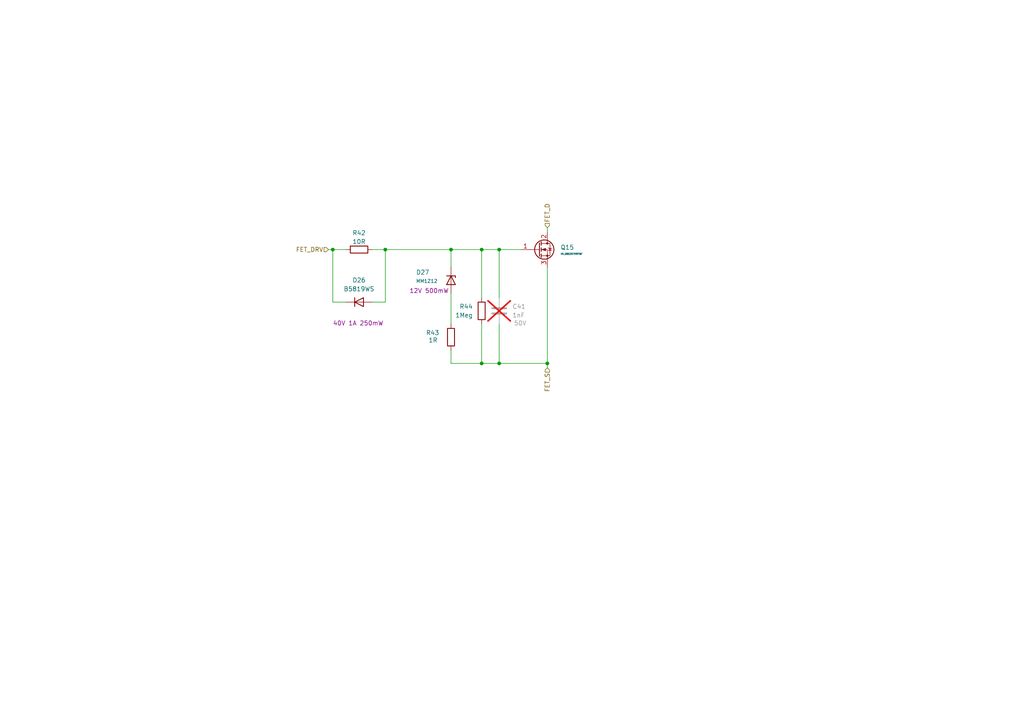
<source format=kicad_sch>
(kicad_sch (version 20250114) (generator "eeschema") (generator_version "9.0")
  (paper "A4")
  (title_block (date "2025-05-03") (rev "v1.0") (company "By Shrinath Nimare <shrinath.nimare@gmail.com>"))
  (lib_symbols
    (symbol "Device:C" (pin_numbers (hide yes)) (pin_names (offset 0.254))
      (property "Reference" "C" (at 0.635 2.54 0))
      (property "Value" "C" (at 0.635 -2.54 0))
      (symbol "C_0_1"
        (polyline (pts (xy -2.032 0.762) (xy 2.032 0.762)) (stroke (width 0.508)))
        (polyline (pts (xy -2.032 -0.762) (xy 2.032 -0.762)) (stroke (width 0.508)))
      )
      (symbol "C_1_1"
        (pin passive line (at 0 3.81 270) (length 2.794) (name "~") (number "1"))
        (pin passive line (at 0 -3.81 90) (length 2.794) (name "~") (number "2"))
      )
    )
    (symbol "Device:D" (pin_numbers (hide yes)) (pin_names (offset 1.016) (hide yes))
      (property "Reference" "D" (at 0 2.54 0))
      (property "Value" "D" (at 0 -2.54 0))
      (symbol "D_0_1"
        (polyline (pts (xy -1.27 1.27) (xy -1.27 -1.27)) (stroke (width 0.254)))
        (polyline (pts (xy 1.27 1.27) (xy 1.27 -1.27) (xy -1.27 0) (xy 1.27 1.27)) (stroke (width 0.254)))
        (polyline (pts (xy 1.27 0) (xy -1.27 0)))
      )
      (symbol "D_1_1"
        (pin passive line (at -3.81 0 0) (length 2.54) (name "K") (number "1"))
        (pin passive line (at 3.81 0 180) (length 2.54) (name "A") (number "2"))
      )
    )
    (symbol "Device:D_Zener" (pin_numbers (hide yes)) (pin_names (offset 1.016) (hide yes))
      (property "Reference" "D" (at 0 2.54 0))
      (property "Value" "D_Zener" (at 0 -2.54 0))
      (symbol "D_Zener_0_1"
        (polyline (pts (xy -1.27 -1.27) (xy -1.27 1.27) (xy -0.762 1.27)) (stroke (width 0.254)))
        (polyline (pts (xy 1.27 0) (xy -1.27 0)))
        (polyline (pts (xy 1.27 -1.27) (xy 1.27 1.27) (xy -1.27 0) (xy 1.27 -1.27)) (stroke (width 0.254)))
      )
      (symbol "D_Zener_1_1"
        (pin passive line (at -3.81 0 0) (length 2.54) (name "K") (number "1"))
        (pin passive line (at 3.81 0 180) (length 2.54) (name "A") (number "2"))
      )
    )
    (symbol "Device:R" (pin_numbers (hide yes)) (pin_names (offset 0))
      (property "Reference" "R" (at 2.032 0 90))
      (property "Value" "R" (at 0 0 90))
      (symbol "R_0_1"
        (rectangle (start -1.016 -2.54) (end 1.016 2.54) (stroke (width 0.254)))
      )
      (symbol "R_1_1"
        (pin passive line (at 0 3.81 270) (length 1.27) (name "~") (number "1"))
        (pin passive line (at 0 -3.81 90) (length 1.27) (name "~") (number "2"))
      )
    )
    (symbol "Transistor_FET:IRF3205" (pin_names (hide yes))
      (property "Reference" "Q" (at 5.08 1.905 0))
      (property "Value" "IRF3205" (at 5.08 0 0))
      (symbol "IRF3205_0_1"
        (polyline (pts (xy 0.254 1.905) (xy 0.254 -1.905)) (stroke (width 0.254)))
        (polyline (pts (xy 0.254 0) (xy -2.54 0)))
        (polyline (pts (xy 0.762 2.286) (xy 0.762 1.27)) (stroke (width 0.254)))
        (polyline (pts (xy 0.762 0.508) (xy 0.762 -0.508)) (stroke (width 0.254)))
        (polyline (pts (xy 0.762 -1.27) (xy 0.762 -2.286)) (stroke (width 0.254)))
        (polyline (pts (xy 0.762 -1.778) (xy 3.302 -1.778) (xy 3.302 1.778) (xy 0.762 1.778)))
        (polyline (pts (xy 1.016 0) (xy 2.032 0.381) (xy 2.032 -0.381) (xy 1.016 0)) (fill (type outline)))
        (circle (center 1.651 0) (radius 2.794) (stroke (width 0.254)))
        (polyline (pts (xy 2.54 2.54) (xy 2.54 1.778)))
        (circle (center 2.54 1.778) (radius 0.254) (fill (type outline)))
        (circle (center 2.54 -1.778) (radius 0.254) (fill (type outline)))
        (polyline (pts (xy 2.54 -2.54) (xy 2.54 0) (xy 0.762 0)))
        (polyline (pts (xy 2.794 0.508) (xy 2.921 0.381) (xy 3.683 0.381) (xy 3.81 0.254)))
        (polyline (pts (xy 3.302 0.381) (xy 2.921 -0.254) (xy 3.683 -0.254) (xy 3.302 0.381)))
      )
      (symbol "IRF3205_1_1"
        (pin input line (at -5.08 0 0) (length 2.54) (name "G") (number "1"))
        (pin passive line (at 2.54 5.08 270) (length 2.54) (name "D") (number "2"))
        (pin passive line (at 2.54 -5.08 90) (length 2.54) (name "S") (number "3"))
      )
    )
  )
  (junction (at 144.78 105.41))
  (junction (at 139.7 105.41))
  (junction (at 144.78 72.39))
  (junction (at 111.76 72.39))
  (junction (at 158.75 105.41))
  (junction (at 130.81 72.39))
  (junction (at 139.7 72.39))
  (junction (at 96.52 72.39))
  (wire (pts (xy 96.52 87.63) (xy 100.33 87.63)))
  (wire (pts (xy 144.78 72.39) (xy 144.78 86.36)))
  (wire (pts (xy 158.75 105.41) (xy 144.78 105.41)))
  (wire (pts (xy 130.81 72.39) (xy 139.7 72.39)))
  (wire (pts (xy 139.7 93.98) (xy 139.7 105.41)))
  (wire (pts (xy 158.75 105.41) (xy 158.75 106.68)))
  (wire (pts (xy 96.52 72.39) (xy 100.33 72.39)))
  (wire (pts (xy 144.78 93.98) (xy 144.78 105.41)))
  (wire (pts (xy 158.75 77.47) (xy 158.75 105.41)))
  (wire (pts (xy 107.95 72.39) (xy 111.76 72.39)))
  (wire (pts (xy 158.75 66.04) (xy 158.75 67.31)))
  (wire (pts (xy 144.78 105.41) (xy 139.7 105.41)))
  (wire (pts (xy 130.81 85.09) (xy 130.81 93.98)))
  (wire (pts (xy 139.7 105.41) (xy 130.81 105.41)))
  (wire (pts (xy 96.52 87.63) (xy 96.52 72.39)))
  (wire (pts (xy 111.76 87.63) (xy 111.76 72.39)))
  (wire (pts (xy 107.95 87.63) (xy 111.76 87.63)))
  (wire (pts (xy 144.78 72.39) (xy 151.13 72.39)))
  (wire (pts (xy 111.76 72.39) (xy 130.81 72.39)))
  (wire (pts (xy 139.7 72.39) (xy 144.78 72.39)))
  (wire (pts (xy 95.25 72.39) (xy 96.52 72.39)))
  (wire (pts (xy 130.81 72.39) (xy 130.81 77.47)))
  (wire (pts (xy 130.81 101.6) (xy 130.81 105.41)))
  (wire (pts (xy 139.7 72.39) (xy 139.7 86.36)))
  (hierarchical_label "FET_D" (shape input) (at 158.75 66.04 90))
  (hierarchical_label "FET_DRV" (shape input) (at 95.25 72.39 180))
  (hierarchical_label "FET_S" (shape input) (at 158.75 106.68 270))
  (symbol (lib_id "Device:D_Zener") (at 130.81 81.28 270) (unit 1)
    (property "Reference" "D15" (at 120.65 78.994 90) (effects (justify left)))
    (property "Value" "MM1Z12" (at 120.65 81.534 90) (effects (font (size 1 1)) (justify left)))
    (property "Footprint" "Diode_SMD:D_SOD-123" (effects (hide yes)))
    (property "Description" "Zener diode" (effects (hide yes)))
    (property "Rating" "12V 500mW" (at 124.46 84.328 90))
    (property "Source" "Evelta" (effects (hide yes)))
    (instances (project "SimpleSpotWelder" (path "" (reference "D27") (unit 1)) (path "" (reference "D23") (unit 1)) (path "" (reference "D31") (unit 1)) (path "" (reference "D29") (unit 1)) (path "" (reference "D17") (unit 1)) (path "" (reference "D35") (unit 1)) (path "" (reference "D25") (unit 1)) (path "" (reference "D37") (unit 1)) (path "" (reference "D15") (unit 1)) (path "" (reference "D19") (unit 1)) (path "" (reference "D33") (unit 1)) (path "" (reference "D21") (unit 1))))
  )
  (symbol (lib_id "Transistor_FET:IRF3205") (at 156.21 72.39 0) (unit 1)
    (property "Reference" "Q9" (at 162.56 71.7549 0) (effects (justify left)))
    (property "Value" "IRL3803STRRPBF" (at 162.56 73.6599 0) (effects (font (size 0.5 0.5)) (justify left)))
    (property "Footprint" "Package_TO_SOT_SMD:TO-263-2" (effects (hide yes)))
    (property "Datasheet" "http://www.irf.com/product-info/datasheets/data/irf3205.pdf" (effects (hide yes)))
    (property "Description" "110A Id, 55V Vds, Single N-Channel HEXFET Power MOSFET, 8mOhm Ron, TO-220AB" (effects (hide yes)))
    (property "Source" "Inkocean" (effects (hide yes)))
    (instances (project "SimpleSpotWelder" (path "" (reference "Q15") (unit 1)) (path "" (reference "Q13") (unit 1)) (path "" (reference "Q17") (unit 1)) (path "" (reference "Q16") (unit 1)) (path "" (reference "Q10") (unit 1)) (path "" (reference "Q19") (unit 1)) (path "" (reference "Q14") (unit 1)) (path "" (reference "Q20") (unit 1)) (path "" (reference "Q9") (unit 1)) (path "" (reference "Q11") (unit 1)) (path "" (reference "Q18") (unit 1)) (path "" (reference "Q12") (unit 1))))
  )
  (symbol (lib_id "Device:D") (at 104.14 87.63 0) (unit 1)
    (property "Reference" "D14" (at 104.14 81.28 0))
    (property "Value" "B5819WS" (at 104.14 83.82 0))
    (property "Footprint" "Diode_SMD:D_SOD-323" (effects (hide yes)))
    (property "Description" "Diode" (effects (hide yes)))
    (property "Sim.Device" "D" (effects (hide yes)))
    (property "Sim.Pins" "1=K 2=A" (effects (hide yes)))
    (property "Rating" "40V 1A 250mW" (at 103.886 93.726 0))
    (property "Source" "Evelta" (effects (hide yes)))
    (instances (project "SimpleSpotWelder" (path "" (reference "D26") (unit 1)) (path "" (reference "D22") (unit 1)) (path "" (reference "D30") (unit 1)) (path "" (reference "D28") (unit 1)) (path "" (reference "D16") (unit 1)) (path "" (reference "D34") (unit 1)) (path "" (reference "D24") (unit 1)) (path "" (reference "D36") (unit 1)) (path "" (reference "D14") (unit 1)) (path "" (reference "D18") (unit 1)) (path "" (reference "D32") (unit 1)) (path "" (reference "D20") (unit 1))))
  )
  (symbol (lib_id "Device:R") (at 130.81 97.79 180) (unit 1)
    (property "Reference" "R25" (at 125.476 96.52 0))
    (property "Value" "1R" (at 125.603 98.679 0))
    (property "Footprint" "Resistor_SMD:R_0805_2012Metric" (effects (hide yes)))
    (property "Description" "Resistor" (effects (hide yes)))
    (property "Source" "Me" (effects (hide yes)))
    (instances (project "SimpleSpotWelder" (path "" (reference "R43") (unit 1)) (path "" (reference "R37") (unit 1)) (path "" (reference "R49") (unit 1)) (path "" (reference "R46") (unit 1)) (path "" (reference "R28") (unit 1)) (path "" (reference "R55") (unit 1)) (path "" (reference "R40") (unit 1)) (path "" (reference "R58") (unit 1)) (path "" (reference "R25") (unit 1)) (path "" (reference "R31") (unit 1)) (path "" (reference "R52") (unit 1)) (path "" (reference "R34") (unit 1))))
  )
  (symbol (lib_id "Device:C") (at 144.78 90.17 0) (unit 1) (dnp yes)
    (property "Reference" "C35" (at 148.59 88.8999 0) (effects (justify left)))
    (property "Value" "1nF" (at 148.59 91.4399 0) (effects (justify left)))
    (property "Footprint" "Capacitor_SMD:C_0805_2012Metric" (effects (hide yes)))
    (property "Description" "Unpolarized capacitor" (effects (hide yes)))
    (property "Source" "Me" (effects (hide yes)))
    (property "Rating" "50V" (at 150.876 93.726 0))
    (instances (project "SimpleSpotWelder" (path "" (reference "C41") (unit 1)) (path "" (reference "C39") (unit 1)) (path "" (reference "C43") (unit 1)) (path "" (reference "C42") (unit 1)) (path "" (reference "C36") (unit 1)) (path "" (reference "C45") (unit 1)) (path "" (reference "C40") (unit 1)) (path "" (reference "C46") (unit 1)) (path "" (reference "C35") (unit 1)) (path "" (reference "C37") (unit 1)) (path "" (reference "C44") (unit 1)) (path "" (reference "C38") (unit 1))))
  )
  (symbol (lib_id "Device:R") (at 139.7 90.17 0) (mirror x) (unit 1)
    (property "Reference" "R26" (at 137.16 88.8999 0) (effects (justify right)))
    (property "Value" "1Meg" (at 137.16 91.4399 0) (effects (justify right)))
    (property "Footprint" "Resistor_SMD:R_0805_2012Metric" (effects (hide yes)))
    (property "Description" "Resistor" (effects (hide yes)))
    (property "Source" "Me" (effects (hide yes)))
    (instances (project "SimpleSpotWelder" (path "" (reference "R44") (unit 1)) (path "" (reference "R38") (unit 1)) (path "" (reference "R50") (unit 1)) (path "" (reference "R47") (unit 1)) (path "" (reference "R29") (unit 1)) (path "" (reference "R56") (unit 1)) (path "" (reference "R41") (unit 1)) (path "" (reference "R59") (unit 1)) (path "" (reference "R26") (unit 1)) (path "" (reference "R32") (unit 1)) (path "" (reference "R53") (unit 1)) (path "" (reference "R35") (unit 1))))
  )
  (symbol (lib_id "Device:R") (at 104.14 72.39 90) (unit 1)
    (property "Reference" "R24" (at 104.14 67.564 90))
    (property "Value" "10R" (at 104.14 70.104 90))
    (property "Footprint" "Resistor_SMD:R_0805_2012Metric" (effects (hide yes)))
    (property "Description" "Resistor" (effects (hide yes)))
    (property "Source" "Me" (effects (hide yes)))
    (instances (project "SimpleSpotWelder" (path "" (reference "R42") (unit 1)) (path "" (reference "R36") (unit 1)) (path "" (reference "R48") (unit 1)) (path "" (reference "R45") (unit 1)) (path "" (reference "R27") (unit 1)) (path "" (reference "R54") (unit 1)) (path "" (reference "R39") (unit 1)) (path "" (reference "R57") (unit 1)) (path "" (reference "R24") (unit 1)) (path "" (reference "R30") (unit 1)) (path "" (reference "R51") (unit 1)) (path "" (reference "R33") (unit 1))))
  )
)
</source>
